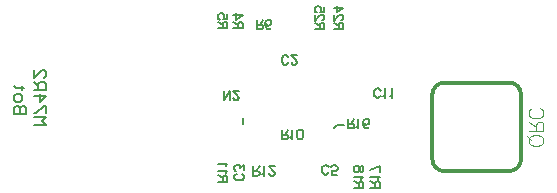
<source format=gbo>
G04*
G04 #@! TF.GenerationSoftware,Altium Limited,Altium Designer,24.10.1 (45)*
G04*
G04 Layer_Color=33789*
%FSLAX44Y44*%
%MOMM*%
G71*
G04*
G04 #@! TF.SameCoordinates,0B8B6D01-8723-4DA0-AD69-83BFE1F98CA5*
G04*
G04*
G04 #@! TF.FilePolarity,Positive*
G04*
G01*
G75*
%ADD10C,0.1500*%
%ADD39C,0.3000*%
%ADD60C,0.1250*%
D10*
X285000Y-26000D02*
X288000Y-23000D01*
X294000D01*
X208000Y-22000D02*
Y-17000D01*
X24497Y-13663D02*
X14500D01*
Y-8665D01*
X16166Y-6998D01*
X17832D01*
X19498Y-8665D01*
Y-13663D01*
Y-8665D01*
X21165Y-6998D01*
X22831D01*
X24497Y-8665D01*
Y-13663D01*
X14500Y-2000D02*
Y1332D01*
X16166Y2998D01*
X19498D01*
X21165Y1332D01*
Y-2000D01*
X19498Y-3666D01*
X16166D01*
X14500Y-2000D01*
X22831Y7997D02*
X21165D01*
Y6331D01*
Y9663D01*
Y7997D01*
X16166D01*
X14500Y9663D01*
X31500Y-23326D02*
X41497D01*
X38165Y-19994D01*
X41497Y-16661D01*
X31500D01*
X41497Y-13329D02*
Y-6665D01*
X39831D01*
X33166Y-13329D01*
X31500D01*
Y1666D02*
X41497D01*
X36498Y-3332D01*
Y3332D01*
X31500Y6665D02*
X41497D01*
Y11663D01*
X39831Y13329D01*
X36498D01*
X34832Y11663D01*
Y6665D01*
Y9997D02*
X31500Y13329D01*
Y23326D02*
Y16661D01*
X38165Y23326D01*
X39831D01*
X41497Y21660D01*
Y18327D01*
X39831Y16661D01*
X192000Y-1998D02*
Y6000D01*
Y-1998D02*
X197332Y6000D01*
Y-1998D02*
Y6000D01*
X199922Y-94D02*
Y-475D01*
X200303Y-1237D01*
X200684Y-1617D01*
X201446Y-1998D01*
X202969D01*
X203731Y-1617D01*
X204112Y-1237D01*
X204493Y-475D01*
Y287D01*
X204112Y1049D01*
X203350Y2191D01*
X199541Y6000D01*
X204874D01*
X220000Y58002D02*
Y66000D01*
Y58002D02*
X223428D01*
X224570Y58383D01*
X224951Y58763D01*
X225332Y59525D01*
Y60287D01*
X224951Y61049D01*
X224570Y61430D01*
X223428Y61810D01*
X220000D01*
X222666D02*
X225332Y66000D01*
X231693Y59144D02*
X231312Y58383D01*
X230169Y58002D01*
X229408D01*
X228265Y58383D01*
X227503Y59525D01*
X227122Y61430D01*
Y63334D01*
X227503Y64857D01*
X228265Y65619D01*
X229408Y66000D01*
X229788D01*
X230931Y65619D01*
X231693Y64857D01*
X232074Y63715D01*
Y63334D01*
X231693Y62191D01*
X230931Y61430D01*
X229788Y61049D01*
X229408D01*
X228265Y61430D01*
X227503Y62191D01*
X227122Y63334D01*
X194998Y59000D02*
X187000D01*
X194998D02*
Y62428D01*
X194617Y63570D01*
X194237Y63951D01*
X193475Y64332D01*
X192713D01*
X191951Y63951D01*
X191570Y63570D01*
X191190Y62428D01*
Y59000D01*
Y61666D02*
X187000Y64332D01*
X194998Y70693D02*
Y66884D01*
X191570Y66503D01*
X191951Y66884D01*
X192332Y68027D01*
Y69169D01*
X191951Y70312D01*
X191190Y71074D01*
X190047Y71455D01*
X189285D01*
X188143Y71074D01*
X187381Y70312D01*
X187000Y69169D01*
Y68027D01*
X187381Y66884D01*
X187762Y66503D01*
X188524Y66122D01*
X207998Y59000D02*
X200000D01*
X207998D02*
Y62428D01*
X207617Y63570D01*
X207237Y63951D01*
X206475Y64332D01*
X205713D01*
X204951Y63951D01*
X204571Y63570D01*
X204190Y62428D01*
Y59000D01*
Y61666D02*
X200000Y64332D01*
X207998Y69931D02*
X202666Y66122D01*
Y71835D01*
X207998Y69931D02*
X200000D01*
X276998Y58000D02*
X269000D01*
X276998D02*
Y61428D01*
X276617Y62571D01*
X276237Y62951D01*
X275475Y63332D01*
X274713D01*
X273951Y62951D01*
X273570Y62571D01*
X273190Y61428D01*
Y58000D01*
Y60666D02*
X269000Y63332D01*
X275094Y65503D02*
X275475D01*
X276237Y65884D01*
X276617Y66265D01*
X276998Y67027D01*
Y68550D01*
X276617Y69312D01*
X276237Y69693D01*
X275475Y70074D01*
X274713D01*
X273951Y69693D01*
X272809Y68931D01*
X269000Y65122D01*
Y70455D01*
X276998Y76815D02*
Y73006D01*
X273570Y72625D01*
X273951Y73006D01*
X274332Y74149D01*
Y75292D01*
X273951Y76434D01*
X273190Y77196D01*
X272047Y77577D01*
X271285D01*
X270143Y77196D01*
X269381Y76434D01*
X269000Y75292D01*
Y74149D01*
X269381Y73006D01*
X269762Y72625D01*
X270523Y72245D01*
X292998Y58000D02*
X285000D01*
X292998D02*
Y61428D01*
X292617Y62571D01*
X292237Y62951D01*
X291475Y63332D01*
X290713D01*
X289951Y62951D01*
X289570Y62571D01*
X289190Y61428D01*
Y58000D01*
Y60666D02*
X285000Y63332D01*
X291094Y65503D02*
X291475D01*
X292237Y65884D01*
X292617Y66265D01*
X292998Y67027D01*
Y68550D01*
X292617Y69312D01*
X292237Y69693D01*
X291475Y70074D01*
X290713D01*
X289951Y69693D01*
X288809Y68931D01*
X285000Y65122D01*
Y70455D01*
X292998Y76053D02*
X287666Y72245D01*
Y77958D01*
X292998Y76053D02*
X285000D01*
X309998Y-76000D02*
X302000D01*
X309998D02*
Y-72572D01*
X309617Y-71430D01*
X309237Y-71049D01*
X308475Y-70668D01*
X307713D01*
X306951Y-71049D01*
X306570Y-71430D01*
X306190Y-72572D01*
Y-76000D01*
Y-73334D02*
X302000Y-70668D01*
X308475Y-68878D02*
X308856Y-68116D01*
X309998Y-66973D01*
X302000D01*
X309998Y-61108D02*
X309617Y-62250D01*
X308856Y-62631D01*
X308094D01*
X307332Y-62250D01*
X306951Y-61489D01*
X306570Y-59965D01*
X306190Y-58823D01*
X305428Y-58061D01*
X304666Y-57680D01*
X303524D01*
X302762Y-58061D01*
X302381Y-58442D01*
X302000Y-59584D01*
Y-61108D01*
X302381Y-62250D01*
X302762Y-62631D01*
X303524Y-63012D01*
X304666D01*
X305428Y-62631D01*
X306190Y-61870D01*
X306570Y-60727D01*
X306951Y-59204D01*
X307332Y-58442D01*
X308094Y-58061D01*
X308856D01*
X309617Y-58442D01*
X309998Y-59584D01*
Y-61108D01*
X323998Y-76000D02*
X316000D01*
X323998D02*
Y-72572D01*
X323617Y-71430D01*
X323237Y-71049D01*
X322475Y-70668D01*
X321713D01*
X320951Y-71049D01*
X320570Y-71430D01*
X320190Y-72572D01*
Y-76000D01*
Y-73334D02*
X316000Y-70668D01*
X322475Y-68878D02*
X322856Y-68116D01*
X323998Y-66973D01*
X316000D01*
X323998Y-57680D02*
X316000Y-61489D01*
X323998Y-63012D02*
Y-57680D01*
X297000Y-25998D02*
Y-18000D01*
Y-25998D02*
X300428D01*
X301570Y-25617D01*
X301951Y-25237D01*
X302332Y-24475D01*
Y-23713D01*
X301951Y-22951D01*
X301570Y-22570D01*
X300428Y-22190D01*
X297000D01*
X299666D02*
X302332Y-18000D01*
X304122Y-24475D02*
X304884Y-24856D01*
X306027Y-25998D01*
Y-18000D01*
X314558Y-24856D02*
X314177Y-25617D01*
X313035Y-25998D01*
X312273D01*
X311130Y-25617D01*
X310369Y-24475D01*
X309988Y-22570D01*
Y-20666D01*
X310369Y-19143D01*
X311130Y-18381D01*
X312273Y-18000D01*
X312654D01*
X313796Y-18381D01*
X314558Y-19143D01*
X314939Y-20285D01*
Y-20666D01*
X314558Y-21809D01*
X313796Y-22570D01*
X312654Y-22951D01*
X312273D01*
X311130Y-22570D01*
X310369Y-21809D01*
X309988Y-20666D01*
X217000Y-65998D02*
Y-58000D01*
Y-65998D02*
X220428D01*
X221570Y-65617D01*
X221951Y-65237D01*
X222332Y-64475D01*
Y-63713D01*
X221951Y-62951D01*
X221570Y-62571D01*
X220428Y-62190D01*
X217000D01*
X219666D02*
X222332Y-58000D01*
X224122Y-64475D02*
X224884Y-64856D01*
X226027Y-65998D01*
Y-58000D01*
X230369Y-64094D02*
Y-64475D01*
X230749Y-65237D01*
X231130Y-65617D01*
X231892Y-65998D01*
X233416D01*
X234177Y-65617D01*
X234558Y-65237D01*
X234939Y-64475D01*
Y-63713D01*
X234558Y-62951D01*
X233796Y-61809D01*
X229988Y-58000D01*
X235320D01*
X194998Y-71000D02*
X187000D01*
X194998D02*
Y-67572D01*
X194617Y-66430D01*
X194237Y-66049D01*
X193475Y-65668D01*
X192713D01*
X191951Y-66049D01*
X191570Y-66430D01*
X191190Y-67572D01*
Y-71000D01*
Y-68334D02*
X187000Y-65668D01*
X193475Y-63878D02*
X193856Y-63116D01*
X194998Y-61973D01*
X187000D01*
X193475Y-58012D02*
X193856Y-57251D01*
X194998Y-56108D01*
X187000D01*
X241000Y-34998D02*
Y-27000D01*
Y-34998D02*
X244428D01*
X245571Y-34617D01*
X245951Y-34237D01*
X246332Y-33475D01*
Y-32713D01*
X245951Y-31951D01*
X245571Y-31570D01*
X244428Y-31190D01*
X241000D01*
X243666D02*
X246332Y-27000D01*
X248122Y-33475D02*
X248884Y-33856D01*
X250027Y-34998D01*
Y-27000D01*
X256273Y-34998D02*
X255130Y-34617D01*
X254369Y-33475D01*
X253988Y-31570D01*
Y-30428D01*
X254369Y-28523D01*
X255130Y-27381D01*
X256273Y-27000D01*
X257035D01*
X258177Y-27381D01*
X258939Y-28523D01*
X259320Y-30428D01*
Y-31570D01*
X258939Y-33475D01*
X258177Y-34617D01*
X257035Y-34998D01*
X256273D01*
X280713Y-63094D02*
X280332Y-63856D01*
X279571Y-64617D01*
X278809Y-64998D01*
X277285D01*
X276523Y-64617D01*
X275762Y-63856D01*
X275381Y-63094D01*
X275000Y-61951D01*
Y-60047D01*
X275381Y-58904D01*
X275762Y-58143D01*
X276523Y-57381D01*
X277285Y-57000D01*
X278809D01*
X279571Y-57381D01*
X280332Y-58143D01*
X280713Y-58904D01*
X287531Y-64998D02*
X283722D01*
X283341Y-61570D01*
X283722Y-61951D01*
X284865Y-62332D01*
X286007D01*
X287150Y-61951D01*
X287911Y-61190D01*
X288292Y-60047D01*
Y-59285D01*
X287911Y-58143D01*
X287150Y-57381D01*
X286007Y-57000D01*
X284865D01*
X283722Y-57381D01*
X283341Y-57762D01*
X282960Y-58524D01*
X207094Y-64287D02*
X207856Y-64668D01*
X208617Y-65430D01*
X208998Y-66191D01*
Y-67715D01*
X208617Y-68477D01*
X207856Y-69238D01*
X207094Y-69619D01*
X205951Y-70000D01*
X204047D01*
X202904Y-69619D01*
X202143Y-69238D01*
X201381Y-68477D01*
X201000Y-67715D01*
Y-66191D01*
X201381Y-65430D01*
X202143Y-64668D01*
X202904Y-64287D01*
X208998Y-61278D02*
Y-57088D01*
X205951Y-59374D01*
Y-58231D01*
X205571Y-57469D01*
X205190Y-57088D01*
X204047Y-56708D01*
X203285D01*
X202143Y-57088D01*
X201381Y-57850D01*
X201000Y-58993D01*
Y-60135D01*
X201381Y-61278D01*
X201762Y-61659D01*
X202523Y-62040D01*
X246713Y29906D02*
X246332Y29144D01*
X245571Y28383D01*
X244809Y28002D01*
X243285D01*
X242523Y28383D01*
X241762Y29144D01*
X241381Y29906D01*
X241000Y31049D01*
Y32953D01*
X241381Y34096D01*
X241762Y34857D01*
X242523Y35619D01*
X243285Y36000D01*
X244809D01*
X245571Y35619D01*
X246332Y34857D01*
X246713Y34096D01*
X249341Y29906D02*
Y29525D01*
X249722Y28763D01*
X250103Y28383D01*
X250865Y28002D01*
X252388D01*
X253150Y28383D01*
X253531Y28763D01*
X253911Y29525D01*
Y30287D01*
X253531Y31049D01*
X252769Y32191D01*
X248960Y36000D01*
X254292D01*
X324713Y1906D02*
X324332Y1144D01*
X323570Y383D01*
X322809Y2D01*
X321285D01*
X320523Y383D01*
X319762Y1144D01*
X319381Y1906D01*
X319000Y3049D01*
Y4953D01*
X319381Y6096D01*
X319762Y6857D01*
X320523Y7619D01*
X321285Y8000D01*
X322809D01*
X323570Y7619D01*
X324332Y6857D01*
X324713Y6096D01*
X326960Y1525D02*
X327722Y1144D01*
X328865Y2D01*
Y8000D01*
X332826Y1525D02*
X333587Y1144D01*
X334730Y2D01*
Y8000D01*
D39*
X443625Y2840D02*
G03*
X433625Y12840I-10000J0D01*
G01*
X378625D02*
G03*
X368625Y2840I0J-10000D01*
G01*
Y-52160D02*
G03*
X378625Y-62160I10000J0D01*
G01*
X433625D02*
G03*
X443625Y-52160I0J10000D01*
G01*
X378625Y12840D02*
X433625D01*
X368625Y-52160D02*
Y2840D01*
X378625Y-62160D02*
X433625D01*
X443625Y-52160D02*
Y2840D01*
D60*
X462497Y-37429D02*
X461902Y-38620D01*
X460712Y-39810D01*
X459522Y-40405D01*
X457736Y-41000D01*
X454761D01*
X452976Y-40405D01*
X451785Y-39810D01*
X450595Y-38620D01*
X450000Y-37429D01*
Y-35049D01*
X450595Y-33859D01*
X451785Y-32668D01*
X452976Y-32073D01*
X454761Y-31478D01*
X457736D01*
X459522Y-32073D01*
X460712Y-32668D01*
X461902Y-33859D01*
X462497Y-35049D01*
Y-37429D01*
X452380Y-35644D02*
X448810Y-32073D01*
X462497Y-28562D02*
X450000D01*
X462497D02*
Y-23206D01*
X461902Y-21421D01*
X461307Y-20826D01*
X460117Y-20231D01*
X458927D01*
X457736Y-20826D01*
X457141Y-21421D01*
X456546Y-23206D01*
Y-28562D01*
Y-24396D02*
X450000Y-20231D01*
X459522Y-8507D02*
X460712Y-9102D01*
X461902Y-10292D01*
X462497Y-11482D01*
Y-13863D01*
X461902Y-15053D01*
X460712Y-16243D01*
X459522Y-16839D01*
X457736Y-17434D01*
X454761D01*
X452976Y-16839D01*
X451785Y-16243D01*
X450595Y-15053D01*
X450000Y-13863D01*
Y-11482D01*
X450595Y-10292D01*
X451785Y-9102D01*
X452976Y-8507D01*
M02*

</source>
